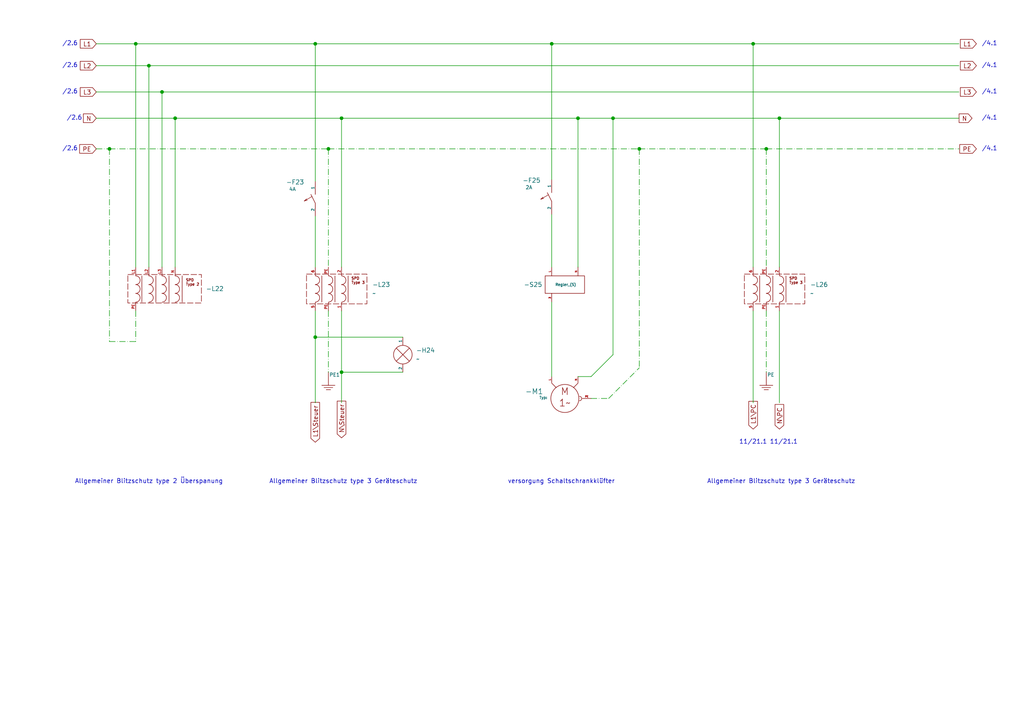
<source format=kicad_sch>
(kicad_sch (version 20250114) (generator "eeschema") (generator_version "9.0")
  (paper "A4")
  (title_block (comment 4 "1"))
  (lib_symbols
    (symbol "SPD_Type3_(L)_1"
      (property "Reference" "-L" (at -9.906 8.128 0))
      (symbol "SPD_Type3_(L)_1_0_1"
        (arc (start -3.81 3.81) (mid -2.54 2.54) (end -3.81 1.27))
        (arc (start -3.81 1.27) (mid -2.54 0) (end -3.81 -1.27))
        (arc (start -3.81 -1.27) (mid -2.54 -2.54) (end -3.81 -3.81))
        (polyline (pts (xy -1.905 -3.81) (xy -1.905 3.81)))
        (arc (start 0 3.81) (mid 1.27 2.54) (end 0 1.27))
        (arc (start 0 1.27) (mid 1.27 0) (end 0 -1.27))
        (arc (start 0 -1.27) (mid 1.27 -2.54) (end 0 -3.81))
        (polyline (pts (xy 1.905 -3.81) (xy 1.905 3.81)))
        (arc (start 3.81 3.81) (mid 5.08 2.54) (end 3.81 1.27))
        (arc (start 3.81 1.27) (mid 5.08 0) (end 3.81 -1.27))
        (arc (start 3.81 -1.27) (mid 5.08 -2.54) (end 3.81 -3.81))
        (polyline (pts (xy 5.715 -3.81) (xy 5.715 3.81)))
      )
      (symbol "SPD_Type3_(L)_1_1_1"
        (rectangle (start -6.35 4.318) (end 11.176 -4.318) (stroke (width 0) (type dash)))
        (text "SPD\nType 3" (at 6.604 3.556 0) (effects (font (size 0.762 0.762)) (justify left top)))
        (pin passive line (at -3.81 6.35 270) (length 2.413) (name "") (number "6"))
        (pin passive line (at -3.81 -6.35 90) (length 2.413) (name "") (number "5"))
        (pin passive line (at 0 6.35 270) (length 2.413) (name "") (number "PE"))
        (pin passive line (at 0 -6.35 90) (length 2.413) (name "") (number "PE"))
        (pin passive line (at 3.81 6.35 270) (length 2.413) (name "") (number "2"))
        (pin passive line (at 3.81 -6.35 90) (length 2.413) (name "") (number "1"))
      )
    )
    (symbol "standart:Leuchte_(H)" (pin_numbers (hide yes)) (pin_names (offset 0))
      (property "Reference" "-H" (at -5.334 3.81 0))
      (symbol "Leuchte_(H)_0_1"
        (polyline (pts (xy -1.905 1.905) (xy 1.905 -1.905)))
        (polyline (pts (xy -1.905 -1.905) (xy 1.905 1.905)))
        (circle (center 0 0) (radius 2.6941))
      )
      (symbol "Leuchte_(H)_1_1"
        (pin passive line (at 0 5.08 270) (length 2.286) (name "1") (number "1"))
        (pin passive line (at 0 -5.08 90) (length 2.286) (name "2") (number "2"))
      )
    )
    (symbol "standart:Motor_1-Phasen_(M)"
      (property "Reference" "-M" (at -8.89 2.032 0))
      (property "Value" "Typ:" (at -1.016 -4.826 0))
      (symbol "Motor_1-Phasen_(M)_0_1"
        (circle (center 0 0) (radius 4.066))
        (arc (start 4.2451 0.6014) (mid 4.8801 -0.0336) (end 4.2451 -0.6686))
        (polyline (pts (xy 5.715 0) (xy 5.715 0)))
        (polyline (pts (xy 6.985 -2.54) (xy 6.985 -2.54)))
      )
      (symbol "Motor_1-Phasen_(M)_1_1"
        (polyline (pts (xy -2.54 3.175) (xy -3.81 4.445)))
        (polyline (pts (xy 2.54 3.175) (xy 3.81 4.445)))
        (text "M" (at 0 2.032 0) (effects (font (size 2.032 2.032))))
        (text "1~" (at 0 -1.27 0) (effects (font (size 2.032 2.032))))
        (pin passive line (at -3.81 6.35 270) (length 1.778) (name "") (number "L"))
        (pin passive line (at 3.81 6.35 270) (length 1.778) (name "") (number "N"))
        (pin free line (at 7.62 0 180) (length 2.54) (name "") (number "PE"))
      )
    )
    (symbol "standart:PE" (pin_numbers (hide yes)) (pin_names (hide yes))
      (property "Reference" "PE" (at -3.302 2.794 0))
      (symbol "PE_0_1"
        (polyline (pts (xy -1.905 0) (xy 1.905 0)))
        (polyline (pts (xy -0.635 -1.27) (xy 0.635 -1.27)))
        (polyline (pts (xy 1.27 -0.635) (xy -1.27 -0.635)))
      )
      (symbol "PE_1_1"
        (pin passive line (at 0 3.81 270) (length 3.81) (name "") (number "PE"))
      )
    )
    (symbol "standart:Regler_(S)" (pin_names (hide yes)) (in_bom no) (on_board no)
      (property "Reference" "-S" (at -9.398 4.064 0))
      (property "Value" "Regler_(S)" (at 0 1.27 0))
      (symbol "Regler_(S)_0_1"
        (rectangle (start -5.715 2.54) (end 5.715 -2.54))
      )
      (symbol "Regler_(S)_1_1"
        (pin passive line (at -3.81 5.08 270) (length 2.54) (name "1") (number "L"))
        (pin passive line (at -3.81 -5.08 90) (length 2.54) (name "3") (number "3"))
        (pin passive line (at 3.81 5.08 270) (length 2.54) (name "4") (number "N"))
      )
    )
    (symbol "standart:SPD_Type2_(L)" (pin_names (hide yes))
      (property "Reference" "-L" (at -9.906 10.414 0))
      (symbol "SPD_Type2_(L)_0_1"
        (arc (start 0 3.81) (mid 1.27 2.54) (end 0 1.27))
        (arc (start 0 1.27) (mid 1.27 0) (end 0 -1.27))
        (arc (start 0 -1.27) (mid 1.27 -2.54) (end 0 -3.81))
        (polyline (pts (xy 1.778 -3.81) (xy 1.778 3.81)))
        (arc (start 3.81 3.81) (mid 5.08 2.54) (end 3.81 1.27))
        (arc (start 3.81 1.27) (mid 5.08 0) (end 3.81 -1.27))
        (arc (start 3.81 -1.27) (mid 5.08 -2.54) (end 3.81 -3.81))
        (polyline (pts (xy 5.842 -3.81) (xy 5.842 3.81)))
        (arc (start 7.62 3.81) (mid 8.89 2.54) (end 7.62 1.27))
        (arc (start 7.62 1.27) (mid 8.89 0) (end 7.62 -1.27))
        (arc (start 7.62 -1.27) (mid 8.89 -2.54) (end 7.62 -3.81))
        (polyline (pts (xy 9.652 -3.81) (xy 9.652 3.81)))
        (arc (start 11.43 3.81) (mid 12.7 2.54) (end 11.43 1.27))
        (arc (start 11.43 1.27) (mid 12.7 0) (end 11.43 -1.27))
        (arc (start 11.43 -1.27) (mid 12.7 -2.54) (end 11.43 -3.81))
        (polyline (pts (xy 13.462 -3.81) (xy 13.462 3.81)))
      )
      (symbol "SPD_Type2_(L)_1_1"
        (rectangle (start -2.286 4.191) (end 19.05 -4.064) (stroke (width 0) (type dash)))
        (text "SPD\nType 2" (at 14.478 3.048 0) (effects (font (size 0.762 0.762)) (justify left top)))
        (pin passive line (at 0 6.35 270) (length 2.54) (name "L1") (number "L1"))
        (pin passive line (at 0 -6.35 90) (length 2.54) (name "PE") (number "PE"))
        (pin passive line (at 3.81 6.35 270) (length 2.54) (name "L2") (number "L2"))
        (pin passive line (at 7.62 6.35 270) (length 2.54) (name "L3") (number "L3"))
        (pin passive line (at 11.43 6.35 270) (length 2.54) (name "N") (number "N"))
      )
    )
    (symbol "standart:SPD_Type3_(L)"
      (property "Reference" "-L" (at -9.906 8.128 0))
      (symbol "SPD_Type3_(L)_0_1"
        (arc (start -3.81 3.81) (mid -2.54 2.54) (end -3.81 1.27))
        (arc (start -3.81 1.27) (mid -2.54 0) (end -3.81 -1.27))
        (arc (start -3.81 -1.27) (mid -2.54 -2.54) (end -3.81 -3.81))
        (polyline (pts (xy -1.905 -3.81) (xy -1.905 3.81)))
        (arc (start 0 3.81) (mid 1.27 2.54) (end 0 1.27))
        (arc (start 0 1.27) (mid 1.27 0) (end 0 -1.27))
        (arc (start 0 -1.27) (mid 1.27 -2.54) (end 0 -3.81))
        (polyline (pts (xy 1.905 -3.81) (xy 1.905 3.81)))
        (arc (start 3.81 3.81) (mid 5.08 2.54) (end 3.81 1.27))
        (arc (start 3.81 1.27) (mid 5.08 0) (end 3.81 -1.27))
        (arc (start 3.81 -1.27) (mid 5.08 -2.54) (end 3.81 -3.81))
        (polyline (pts (xy 5.715 -3.81) (xy 5.715 3.81)))
      )
      (symbol "SPD_Type3_(L)_1_1"
        (rectangle (start -6.35 4.318) (end 11.176 -4.318) (stroke (width 0) (type dash)))
        (text "SPD\nType 3" (at 6.604 3.556 0) (effects (font (size 0.762 0.762)) (justify left top)))
        (pin passive line (at -3.81 6.35 270) (length 2.413) (name "") (number "6"))
        (pin passive line (at -3.81 -6.35 90) (length 2.413) (name "") (number "5"))
        (pin passive line (at 0 6.35 270) (length 2.413) (name "") (number "PE"))
        (pin passive line (at 0 -6.35 90) (length 2.413) (name "") (number "PE"))
        (pin passive line (at 3.81 6.35 270) (length 2.413) (name "") (number "2"))
        (pin passive line (at 3.81 -6.35 90) (length 2.413) (name "") (number "1"))
      )
    )
    (symbol "standart:Schalter_LS_(F)" (pin_numbers (hide yes)) (pin_names (offset 0))
      (property "Reference" "-F" (at -5.842 3.556 0))
      (property "Value" "A" (at -6.604 1.524 0))
      (symbol "Schalter_LS_(F)_0_1"
        (polyline (pts (xy -3.1577 -1.8949) (xy -3.1577 -1.8949)))
        (polyline (pts (xy 0 0) (xy 0 0)))
        (polyline (pts (xy 0 -2.54) (xy -1.27 0)))
      )
      (symbol "Schalter_LS_(F)_1_1"
        (polyline (pts (xy -3.175 -1.905) (xy -2.54 -1.27)) (stroke (width 0.127)))
        (polyline (pts (xy -3.175 -1.905) (xy -2.3014 -1.67)) (stroke (width 0.127)))
        (polyline (pts (xy -0.9505 -0.6011) (xy -3.175 -1.905)) (stroke (width 0.127)))
        (pin passive line (at 0 3.81 270) (length 3.81) (name "1") (number "1"))
        (pin passive line (at 0 -6.35 90) (length 3.81) (name "2") (number "2"))
      )
    )
  )
  (text "Allgemeiner Blitzschutz type 3 Geräteschutz\n" (at 99.568 139.7 0) (effects (font (size 1.27 1.27))))
  (text "/2.6" (at 20.32 43.18 0) (effects (font (size 1.27 1.27))))
  (text "/4.1" (at 287.02 26.67 0) (effects (font (size 1.27 1.27))))
  (text "/4.1" (at 287.02 43.18 0) (effects (font (size 1.27 1.27))))
  (text "/4.1" (at 287.02 34.29 0) (effects (font (size 1.27 1.27))))
  (text "/2.6" (at 20.32 26.67 0) (effects (font (size 1.27 1.27))))
  (text "Allgemeiner Blitzschutz type 3 Geräteschutz\n" (at 226.568 139.7 0) (effects (font (size 1.27 1.27))))
  (text "11/21.1" (at 227.33 128.27 0) (effects (font (size 1.27 1.27))))
  (text "/4.1" (at 287.02 12.7 0) (effects (font (size 1.27 1.27))))
  (text "versorgung Schaltschrankklüfter" (at 162.814 139.7 0) (effects (font (size 1.27 1.27))))
  (text "/2.6" (at 21.59 34.29 0) (effects (font (size 1.27 1.27))))
  (text "/4.1" (at 287.02 19.05 0) (effects (font (size 1.27 1.27))))
  (text "11/21.1" (at 218.44 128.27 0) (effects (font (size 1.27 1.27))))
  (text "/2.6" (at 20.32 19.05 0) (effects (font (size 1.27 1.27))))
  (text "Allgemeiner Blitzschutz type 2 Überspanung \n" (at 43.688 139.7 0) (effects (font (size 1.27 1.27))))
  (text "/2.6" (at 20.32 12.7 0) (effects (font (size 1.27 1.27))))
  (junction (at 31.75 43.18))
  (junction (at 177.8 34.29))
  (junction (at 91.44 12.7))
  (junction (at 222.25 43.18))
  (junction (at 218.44 12.7))
  (junction (at 185.42 43.18))
  (junction (at 226.06 34.29))
  (junction (at 43.18 19.05))
  (junction (at 160.02 12.7))
  (junction (at 50.8 34.29))
  (junction (at 95.25 43.18))
  (junction (at 167.64 34.29))
  (junction (at 39.37 12.7))
  (junction (at 46.99 26.67))
  (junction (at 99.06 107.95))
  (junction (at 99.06 34.29))
  (junction (at 91.44 97.79))
  (wire (pts (xy 99.06 107.95) (xy 99.06 116.84)))
  (wire (pts (xy 31.75 99.06) (xy 39.37 99.06)) (stroke (width 0) (type dash_dot)))
  (wire (pts (xy 91.44 12.7) (xy 91.44 52.578)))
  (wire (pts (xy 160.02 12.7) (xy 160.02 52.07)))
  (wire (pts (xy 160.02 87.63) (xy 160.02 109.22)))
  (wire (pts (xy 39.37 12.7) (xy 91.44 12.7)))
  (wire (pts (xy 95.25 43.18) (xy 185.42 43.18)) (stroke (width 0) (type dash_dot)))
  (wire (pts (xy 226.06 34.29) (xy 278.13 34.29)))
  (wire (pts (xy 218.44 12.7) (xy 278.13 12.7)))
  (wire (pts (xy 46.99 26.67) (xy 278.13 26.67)))
  (wire (pts (xy 99.06 90.17) (xy 99.06 107.95)))
  (wire (pts (xy 50.8 34.29) (xy 99.06 34.29)))
  (wire (pts (xy 43.18 19.05) (xy 278.13 19.05)))
  (wire (pts (xy 218.44 12.7) (xy 218.44 77.47)))
  (wire (pts (xy 50.8 34.29) (xy 50.8 77.47)))
  (wire (pts (xy 27.94 19.05) (xy 43.18 19.05)))
  (wire (pts (xy 91.44 62.738) (xy 91.44 77.47)))
  (wire (pts (xy 222.25 90.17) (xy 222.25 107.95)) (stroke (width 0) (type dash_dot)))
  (wire (pts (xy 222.25 43.18) (xy 222.25 77.47)) (stroke (width 0) (type dash_dot)))
  (wire (pts (xy 27.94 43.18) (xy 31.75 43.18)) (stroke (width 0) (type dash_dot)))
  (wire (pts (xy 39.37 90.17) (xy 39.37 99.06)) (stroke (width 0) (type dash_dot)))
  (wire (pts (xy 222.25 43.18) (xy 278.13 43.18)) (stroke (width 0) (type dash_dot)))
  (wire (pts (xy 99.06 107.95) (xy 116.84 107.95)))
  (wire (pts (xy 177.8 34.29) (xy 177.8 102.87)))
  (wire (pts (xy 99.06 34.29) (xy 167.64 34.29)))
  (wire (pts (xy 167.64 34.29) (xy 177.8 34.29)))
  (wire (pts (xy 31.75 43.18) (xy 31.75 99.06)) (stroke (width 0) (type dash_dot)))
  (wire (pts (xy 91.44 97.79) (xy 91.44 116.84)))
  (wire (pts (xy 218.44 90.17) (xy 218.44 116.84)))
  (wire (pts (xy 91.44 90.17) (xy 91.44 97.79)))
  (wire (pts (xy 226.06 90.17) (xy 226.06 116.84)))
  (wire (pts (xy 160.02 62.23) (xy 160.02 77.47)))
  (wire (pts (xy 95.25 43.18) (xy 95.25 77.47)) (stroke (width 0) (type dash_dot)))
  (wire (pts (xy 99.06 34.29) (xy 99.06 77.47)))
  (wire (pts (xy 171.45 109.22) (xy 177.8 102.87)))
  (wire (pts (xy 27.94 26.67) (xy 46.99 26.67)))
  (wire (pts (xy 177.8 34.29) (xy 226.06 34.29)))
  (wire (pts (xy 46.99 26.67) (xy 46.99 77.47)))
  (wire (pts (xy 176.53 115.57) (xy 185.42 106.68)) (stroke (width 0) (type dash_dot)))
  (wire (pts (xy 167.64 34.29) (xy 167.64 77.47)))
  (wire (pts (xy 39.37 12.7) (xy 39.37 77.47)))
  (wire (pts (xy 160.02 12.7) (xy 218.44 12.7)))
  (wire (pts (xy 91.44 12.7) (xy 160.02 12.7)))
  (wire (pts (xy 95.25 90.17) (xy 95.25 107.95)) (stroke (width 0) (type dash_dot)))
  (wire (pts (xy 27.94 12.7) (xy 39.37 12.7)))
  (wire (pts (xy 185.42 43.18) (xy 222.25 43.18)) (stroke (width 0) (type dash_dot)))
  (wire (pts (xy 226.06 34.29) (xy 226.06 77.47)))
  (wire (pts (xy 167.64 109.22) (xy 171.45 109.22)))
  (wire (pts (xy 31.75 43.18) (xy 95.25 43.18)) (stroke (width 0) (type dash_dot)))
  (wire (pts (xy 171.45 115.57) (xy 176.53 115.57)) (stroke (width 0) (type dash_dot)))
  (wire (pts (xy 27.94 34.29) (xy 50.8 34.29)))
  (wire (pts (xy 43.18 19.05) (xy 43.18 77.47)))
  (wire (pts (xy 91.44 97.79) (xy 116.84 97.79)))
  (wire (pts (xy 185.42 43.18) (xy 185.42 106.68)) (stroke (width 0) (type dash_dot)))
  (global_label "L3" (shape input) (at 27.94 26.67 180) (property "Intersheetrefs" "${INTERSHEET_REFS}" (effects (hide yes))) (property "Netclass" "/2.6" (effects (hide yes))))
  (global_label "L1\\PC" (shape input) (at 218.44 124.46 90) (property "Intersheetrefs" "${INTERSHEET_REFS}" (effects (hide yes))))
  (global_label "L1" (shape input) (at 283.21 12.7 180) (property "Intersheetrefs" "${INTERSHEET_REFS}" (effects (hide yes))) (property "Netclass" "/4.1" (effects (hide yes))))
  (global_label "PE" (shape input) (at 27.94 43.18 180) (property "Intersheetrefs" "${INTERSHEET_REFS}" (effects (hide yes))) (property "Netclass" "/2.6" (effects (hide yes))))
  (global_label "L2" (shape input) (at 27.94 19.05 180) (property "Intersheetrefs" "${INTERSHEET_REFS}" (effects (hide yes))) (property "Netclass" "/2.6" (effects (hide yes))))
  (global_label "L3" (shape input) (at 283.21 26.67 180) (property "Intersheetrefs" "${INTERSHEET_REFS}" (effects (hide yes))) (property "Netclass" "/4.1" (effects (hide yes))))
  (global_label "N" (shape input) (at 281.94 34.29 180) (property "Intersheetrefs" "${INTERSHEET_REFS}" (effects (hide yes))) (property "Netclass" "/4.1" (effects (hide yes))))
  (global_label "L2" (shape input) (at 283.21 19.05 180) (property "Intersheetrefs" "${INTERSHEET_REFS}" (effects (hide yes))) (property "Netclass" "/4.1" (effects (hide yes))))
  (global_label "N\\Steuer" (shape input) (at 99.06 127 90) (property "Intersheetrefs" "${INTERSHEET_REFS}" (effects (hide yes))))
  (global_label "N" (shape input) (at 27.94 34.29 180) (property "Intersheetrefs" "${INTERSHEET_REFS}" (effects (hide yes))) (property "Netclass" "/2.6" (effects (hide yes))))
  (global_label "N\\PC" (shape input) (at 226.06 124.46 90) (property "Intersheetrefs" "${INTERSHEET_REFS}" (effects (hide yes))))
  (global_label "L1" (shape input) (at 27.94 12.7 180) (property "Intersheetrefs" "${INTERSHEET_REFS}" (effects (hide yes))) (property "Netclass" "/2.6" (effects (hide yes))))
  (global_label "L1\\Steuer" (shape input) (at 91.44 128.27 90) (property "Intersheetrefs" "${INTERSHEET_REFS}" (effects (hide yes))))
  (global_label "PE" (shape input) (at 283.21 43.18 180) (property "Intersheetrefs" "${INTERSHEET_REFS}" (effects (hide yes))) (property "Netclass" "/4.1" (effects (hide yes))))
  (symbol (lib_id "standart:PE") (at 222.25 111.76 0) (unit 1)
    (property "Reference" "PE" (at 222.504 108.712 0) (effects (font (size 1.016 1.016)) (justify left)))
  )
  (symbol (lib_id "standart:Motor_1-Phasen_(M)") (at 163.83 115.57 0) (unit 1)
    (property "Reference" "-M1" (at 154.94 113.538 0) (effects (font (size 1.524 1.524))))
    (property "Value" "Typ:" (at 158.75 115.317 0) (effects (font (size 0.762 0.762)) (justify right)))
  )
  (symbol (lib_id "standart:PE") (at 95.25 111.76 0) (unit 1)
    (property "Reference" "PE1" (at 95.504 108.712 0) (effects (font (size 1.016 1.016)) (justify left)))
  )
  (symbol (lib_id "standart:SPD_Type3_(L)") (at 95.25 83.82 0) (unit 1)
    (property "Reference" "-L23" (at 107.95 82.5499 0) (effects (justify left)))
    (property "Value" "~" (at 107.95 85.0899 0) (effects (justify left)))
  )
  (symbol (lib_id "standart:Regler_(S)") (at 163.83 82.55 0) (unit 1) (in_bom no) (on_board no)
    (property "Reference" "-S25" (at 151.892 82.55 0) (effects (justify left)))
    (property "Value" "Regler_(S)" (at 161.036 82.55 0) (effects (font (size 0.762 0.762)) (justify left)))
  )
  (symbol (lib_id "standart:Schalter_LS_(F)") (at 160.02 55.88 0) (unit 1)
    (property "Reference" "-F25" (at 154.178 52.324 0))
    (property "Value" "2A" (at 153.416 54.356 0) (effects (font (size 1.016 1.016))))
  )
  (symbol (lib_id "standart:SPD_Type2_(L)") (at 39.37 83.82 0) (unit 1)
    (property "Reference" "-L22" (at 59.69 83.7564 0) (effects (justify left)))
  )
  (symbol (lib_name "SPD_Type3_(L)_1") (lib_id "standart:SPD_Type3_(L)") (at 222.25 83.82 0) (unit 1)
    (property "Reference" "-L26" (at 234.95 82.5499 0) (effects (justify left)))
    (property "Value" "~" (at 234.95 85.0899 0) (effects (justify left)))
  )
  (symbol (lib_id "standart:Leuchte_(H)") (at 116.84 102.87 0) (unit 1)
    (property "Reference" "-H24" (at 120.65 101.5999 0) (effects (justify left)))
    (property "Value" "~" (at 120.65 104.1399 0) (effects (justify left)))
  )
  (symbol (lib_id "standart:Schalter_LS_(F)") (at 91.44 56.388 0) (unit 1)
    (property "Reference" "-F23" (at 85.598 52.832 0))
    (property "Value" "4A" (at 84.836 54.864 0) (effects (font (size 1.016 1.016))))
  )
)
</source>
